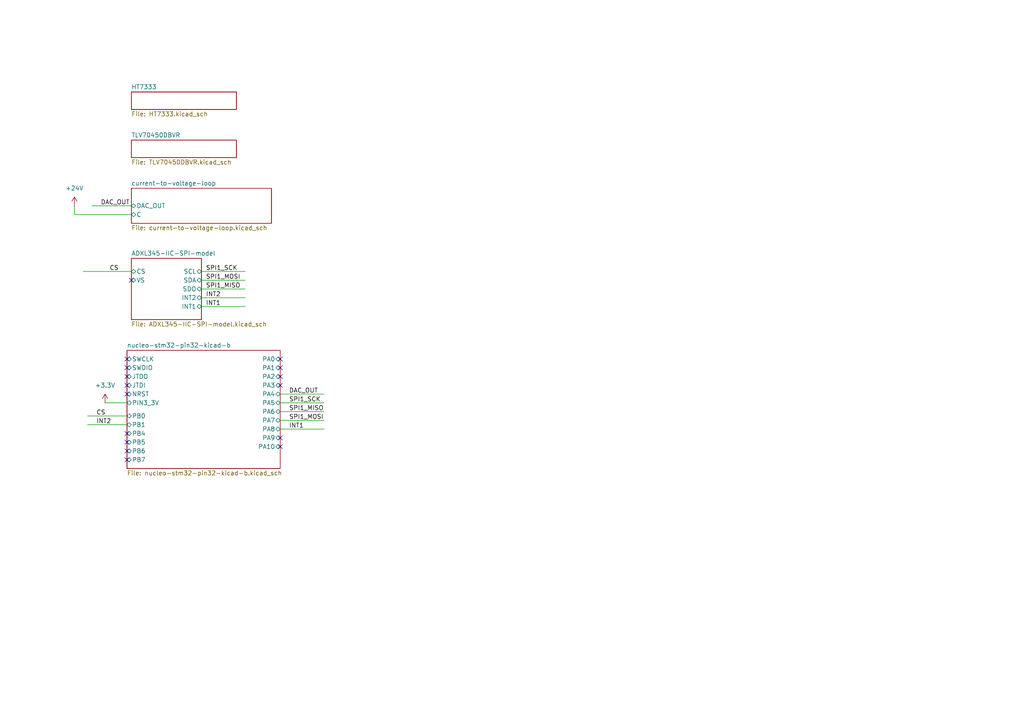
<source format=kicad_sch>
(kicad_sch
	(version 20250114)
	(generator "eeschema")
	(generator_version "9.0")
	(uuid "7fd704f4-d443-4708-acb0-165a06fb66ea")
	(paper "A4")
	(lib_symbols
		(symbol "power:+24V"
			(power)
			(pin_numbers
				(hide yes)
			)
			(pin_names
				(offset 0)
				(hide yes)
			)
			(exclude_from_sim no)
			(in_bom yes)
			(on_board yes)
			(property "Reference" "#PWR"
				(at 0 -3.81 0)
				(effects
					(font
						(size 1.27 1.27)
					)
					(hide yes)
				)
			)
			(property "Value" "+24V"
				(at 0 3.556 0)
				(effects
					(font
						(size 1.27 1.27)
					)
				)
			)
			(property "Footprint" ""
				(at 0 0 0)
				(effects
					(font
						(size 1.27 1.27)
					)
					(hide yes)
				)
			)
			(property "Datasheet" ""
				(at 0 0 0)
				(effects
					(font
						(size 1.27 1.27)
					)
					(hide yes)
				)
			)
			(property "Description" "Power symbol creates a global label with name \"+24V\""
				(at 0 0 0)
				(effects
					(font
						(size 1.27 1.27)
					)
					(hide yes)
				)
			)
			(property "ki_keywords" "global power"
				(at 0 0 0)
				(effects
					(font
						(size 1.27 1.27)
					)
					(hide yes)
				)
			)
			(symbol "+24V_0_1"
				(polyline
					(pts
						(xy -0.762 1.27) (xy 0 2.54)
					)
					(stroke
						(width 0)
						(type default)
					)
					(fill
						(type none)
					)
				)
				(polyline
					(pts
						(xy 0 2.54) (xy 0.762 1.27)
					)
					(stroke
						(width 0)
						(type default)
					)
					(fill
						(type none)
					)
				)
				(polyline
					(pts
						(xy 0 0) (xy 0 2.54)
					)
					(stroke
						(width 0)
						(type default)
					)
					(fill
						(type none)
					)
				)
			)
			(symbol "+24V_1_1"
				(pin power_in line
					(at 0 0 90)
					(length 0)
					(name "~"
						(effects
							(font
								(size 1.27 1.27)
							)
						)
					)
					(number "1"
						(effects
							(font
								(size 1.27 1.27)
							)
						)
					)
				)
			)
			(embedded_fonts no)
		)
		(symbol "power:+3.3V"
			(power)
			(pin_numbers
				(hide yes)
			)
			(pin_names
				(offset 0)
				(hide yes)
			)
			(exclude_from_sim no)
			(in_bom yes)
			(on_board yes)
			(property "Reference" "#PWR"
				(at 0 -3.81 0)
				(effects
					(font
						(size 1.27 1.27)
					)
					(hide yes)
				)
			)
			(property "Value" "+3.3V"
				(at 0 3.556 0)
				(effects
					(font
						(size 1.27 1.27)
					)
				)
			)
			(property "Footprint" ""
				(at 0 0 0)
				(effects
					(font
						(size 1.27 1.27)
					)
					(hide yes)
				)
			)
			(property "Datasheet" ""
				(at 0 0 0)
				(effects
					(font
						(size 1.27 1.27)
					)
					(hide yes)
				)
			)
			(property "Description" "Power symbol creates a global label with name \"+3.3V\""
				(at 0 0 0)
				(effects
					(font
						(size 1.27 1.27)
					)
					(hide yes)
				)
			)
			(property "ki_keywords" "global power"
				(at 0 0 0)
				(effects
					(font
						(size 1.27 1.27)
					)
					(hide yes)
				)
			)
			(symbol "+3.3V_0_1"
				(polyline
					(pts
						(xy -0.762 1.27) (xy 0 2.54)
					)
					(stroke
						(width 0)
						(type default)
					)
					(fill
						(type none)
					)
				)
				(polyline
					(pts
						(xy 0 2.54) (xy 0.762 1.27)
					)
					(stroke
						(width 0)
						(type default)
					)
					(fill
						(type none)
					)
				)
				(polyline
					(pts
						(xy 0 0) (xy 0 2.54)
					)
					(stroke
						(width 0)
						(type default)
					)
					(fill
						(type none)
					)
				)
			)
			(symbol "+3.3V_1_1"
				(pin power_in line
					(at 0 0 90)
					(length 0)
					(name "~"
						(effects
							(font
								(size 1.27 1.27)
							)
						)
					)
					(number "1"
						(effects
							(font
								(size 1.27 1.27)
							)
						)
					)
				)
			)
			(embedded_fonts no)
		)
	)
	(no_connect
		(at 81.28 106.68)
		(uuid "06f7c25e-1500-4cd8-b845-3e21e1f71543")
	)
	(no_connect
		(at 36.83 111.76)
		(uuid "1450aa0d-3905-4367-a24e-da410493fa46")
	)
	(no_connect
		(at 81.28 104.14)
		(uuid "1c1f3d27-1b45-46fc-8075-879e953eb4ad")
	)
	(no_connect
		(at 81.28 111.76)
		(uuid "40c3fa34-4083-4700-9401-40192725ee46")
	)
	(no_connect
		(at 36.83 133.35)
		(uuid "467f26cd-1616-45c8-803b-0464508984c9")
	)
	(no_connect
		(at 36.83 106.68)
		(uuid "5dcd4610-3fe6-447f-9dc5-cd2b19fdae0d")
	)
	(no_connect
		(at 36.83 128.27)
		(uuid "7db7d01d-69b9-4b18-98a1-eca612709161")
	)
	(no_connect
		(at 36.83 125.73)
		(uuid "9da6fcf3-e633-4a27-b8a7-a5dd2323347b")
	)
	(no_connect
		(at 36.83 109.22)
		(uuid "a5eae769-65cd-4624-b9eb-591640bf0451")
	)
	(no_connect
		(at 36.83 114.3)
		(uuid "aebb02de-2f01-41f1-8b0c-c57fbc702ca9")
	)
	(no_connect
		(at 81.28 129.54)
		(uuid "bb7f2c7f-252d-4f65-ab86-4b2f23ac1f43")
	)
	(no_connect
		(at 36.83 130.81)
		(uuid "d431548d-1516-4b93-8b19-97afe92dca34")
	)
	(no_connect
		(at 38.1 81.28)
		(uuid "ddaca773-3191-42d2-b67d-d651dfddd10b")
	)
	(no_connect
		(at 81.28 127)
		(uuid "ed9769ca-6a1f-4a35-8ff5-3bedee30fa32")
	)
	(no_connect
		(at 36.83 104.14)
		(uuid "f0c8affe-ab26-46cb-a9ae-8061a8d25fbf")
	)
	(no_connect
		(at 81.28 109.22)
		(uuid "f934cd43-c62a-4ba5-b227-b49d6d698761")
	)
	(wire
		(pts
			(xy 25.4 120.65) (xy 36.83 120.65)
		)
		(stroke
			(width 0)
			(type default)
		)
		(uuid "027369a6-8442-42a9-b25f-b3a9e05d2d34")
	)
	(wire
		(pts
			(xy 24.13 78.74) (xy 38.1 78.74)
		)
		(stroke
			(width 0)
			(type default)
		)
		(uuid "04d5e0c7-47bb-4f43-a826-4da7f528c83b")
	)
	(wire
		(pts
			(xy 81.28 114.3) (xy 93.98 114.3)
		)
		(stroke
			(width 0)
			(type default)
		)
		(uuid "0830f265-7d85-48b3-b762-9349e0815e40")
	)
	(wire
		(pts
			(xy 58.42 88.9) (xy 71.12 88.9)
		)
		(stroke
			(width 0)
			(type default)
		)
		(uuid "18e23c12-f516-4987-baee-4fb45ff5a72a")
	)
	(wire
		(pts
			(xy 81.28 124.46) (xy 93.98 124.46)
		)
		(stroke
			(width 0)
			(type default)
		)
		(uuid "33a2917b-af57-46a8-abf1-873125587992")
	)
	(wire
		(pts
			(xy 81.28 121.92) (xy 93.98 121.92)
		)
		(stroke
			(width 0)
			(type default)
		)
		(uuid "618cba4d-1b5e-4f27-92b4-15e8858300a7")
	)
	(wire
		(pts
			(xy 58.42 86.36) (xy 71.12 86.36)
		)
		(stroke
			(width 0)
			(type default)
		)
		(uuid "69060e1e-8bb7-4870-8944-38e7f080907f")
	)
	(wire
		(pts
			(xy 81.28 116.84) (xy 93.98 116.84)
		)
		(stroke
			(width 0)
			(type default)
		)
		(uuid "6fc2e9c8-2780-49f1-9ab7-908972fcec93")
	)
	(wire
		(pts
			(xy 30.48 116.84) (xy 36.83 116.84)
		)
		(stroke
			(width 0)
			(type default)
		)
		(uuid "8b691d15-bca6-4eee-8f02-047c2c05e372")
	)
	(wire
		(pts
			(xy 58.42 78.74) (xy 71.12 78.74)
		)
		(stroke
			(width 0)
			(type default)
		)
		(uuid "951fe6c5-39be-4403-8e1d-e3e450776f82")
	)
	(wire
		(pts
			(xy 26.67 59.69) (xy 38.1 59.69)
		)
		(stroke
			(width 0)
			(type default)
		)
		(uuid "9fdc5cd8-1ac8-4096-81a5-b47187f7fc8b")
	)
	(wire
		(pts
			(xy 58.42 83.82) (xy 71.12 83.82)
		)
		(stroke
			(width 0)
			(type default)
		)
		(uuid "acc9d874-eb74-4c61-918b-19c0166bd0d0")
	)
	(wire
		(pts
			(xy 21.59 62.23) (xy 38.1 62.23)
		)
		(stroke
			(width 0)
			(type default)
		)
		(uuid "c06dbd4e-dfb0-4669-8b67-4741b3799b88")
	)
	(wire
		(pts
			(xy 58.42 81.28) (xy 71.12 81.28)
		)
		(stroke
			(width 0)
			(type default)
		)
		(uuid "c7384c8f-5455-495c-a109-5a73e8f54c6e")
	)
	(wire
		(pts
			(xy 81.28 119.38) (xy 93.98 119.38)
		)
		(stroke
			(width 0)
			(type default)
		)
		(uuid "d4358683-b893-4e98-8a32-3d6f51e38a4f")
	)
	(wire
		(pts
			(xy 21.59 59.69) (xy 21.59 62.23)
		)
		(stroke
			(width 0)
			(type default)
		)
		(uuid "dacfa88d-409e-4425-8287-bd62b545ddab")
	)
	(wire
		(pts
			(xy 25.4 123.19) (xy 36.83 123.19)
		)
		(stroke
			(width 0)
			(type default)
		)
		(uuid "ebd07210-ef79-4d48-8421-66b4ccd2539b")
	)
	(label "INT1"
		(at 83.82 124.46 0)
		(effects
			(font
				(size 1.27 1.27)
			)
			(justify left bottom)
		)
		(uuid "0feff2d8-10d6-4286-9baa-eac54bdbce92")
	)
	(label "INT2"
		(at 27.94 123.19 0)
		(effects
			(font
				(size 1.27 1.27)
			)
			(justify left bottom)
		)
		(uuid "2c6f8317-5d22-4294-9bc8-8fe7bbc5db0e")
	)
	(label "INT2"
		(at 59.69 86.36 0)
		(effects
			(font
				(size 1.27 1.27)
			)
			(justify left bottom)
		)
		(uuid "3d4e76bf-e6e1-433f-9f25-e9abf2b7fee6")
	)
	(label "CS"
		(at 31.75 78.74 0)
		(effects
			(font
				(size 1.27 1.27)
			)
			(justify left bottom)
		)
		(uuid "3f0150c1-2d3c-4cf9-918a-5dc649ebc28a")
	)
	(label "SPI1_SCK"
		(at 83.82 116.84 0)
		(effects
			(font
				(size 1.27 1.27)
			)
			(justify left bottom)
		)
		(uuid "52234ee3-b9c6-4147-8eba-720a1d273917")
	)
	(label "SPI1_MISO"
		(at 59.69 83.82 0)
		(effects
			(font
				(size 1.27 1.27)
			)
			(justify left bottom)
		)
		(uuid "61a4aa45-0961-4987-ad43-ac09687005ee")
	)
	(label "DAC_OUT"
		(at 29.21 59.69 0)
		(effects
			(font
				(size 1.27 1.27)
			)
			(justify left bottom)
		)
		(uuid "68dae65e-4f40-4710-9d59-b116ecd9b9ce")
	)
	(label "SPI1_MOSI"
		(at 59.69 81.28 0)
		(effects
			(font
				(size 1.27 1.27)
			)
			(justify left bottom)
		)
		(uuid "9f257824-7c1a-416f-9a2a-21e939a68669")
	)
	(label "SPI1_MISO"
		(at 83.82 119.38 0)
		(effects
			(font
				(size 1.27 1.27)
			)
			(justify left bottom)
		)
		(uuid "ac36e971-2c5c-4f77-a94e-e28074030da5")
	)
	(label "DAC_OUT"
		(at 83.82 114.3 0)
		(effects
			(font
				(size 1.27 1.27)
			)
			(justify left bottom)
		)
		(uuid "b7aa22b1-ba87-418e-8706-3f53232f4fdb")
	)
	(label "SPI1_SCK"
		(at 59.69 78.74 0)
		(effects
			(font
				(size 1.27 1.27)
			)
			(justify left bottom)
		)
		(uuid "be106d96-9c54-4bba-8eb3-dffc8c596c6a")
	)
	(label "INT1"
		(at 59.69 88.9 0)
		(effects
			(font
				(size 1.27 1.27)
			)
			(justify left bottom)
		)
		(uuid "df325f3d-8231-4104-87d4-9931219b1e3f")
	)
	(label "SPI1_MOSI"
		(at 83.82 121.92 0)
		(effects
			(font
				(size 1.27 1.27)
			)
			(justify left bottom)
		)
		(uuid "e0df3265-e214-41ff-af7a-baeefff79a47")
	)
	(label "CS"
		(at 27.94 120.65 0)
		(effects
			(font
				(size 1.27 1.27)
			)
			(justify left bottom)
		)
		(uuid "e58827d5-35e4-43cc-935f-e51822ade5c6")
	)
	(symbol
		(lib_id "power:+24V")
		(at 21.59 59.69 0)
		(unit 1)
		(exclude_from_sim no)
		(in_bom yes)
		(on_board yes)
		(dnp no)
		(fields_autoplaced yes)
		(uuid "863c650c-78eb-4a56-ac6f-497650b360c1")
		(property "Reference" "#PWR018"
			(at 21.59 63.5 0)
			(effects
				(font
					(size 1.27 1.27)
				)
				(hide yes)
			)
		)
		(property "Value" "+24V"
			(at 21.59 54.61 0)
			(effects
				(font
					(size 1.27 1.27)
				)
			)
		)
		(property "Footprint" ""
			(at 21.59 59.69 0)
			(effects
				(font
					(size 1.27 1.27)
				)
				(hide yes)
			)
		)
		(property "Datasheet" ""
			(at 21.59 59.69 0)
			(effects
				(font
					(size 1.27 1.27)
				)
				(hide yes)
			)
		)
		(property "Description" "Power symbol creates a global label with name \"+24V\""
			(at 21.59 59.69 0)
			(effects
				(font
					(size 1.27 1.27)
				)
				(hide yes)
			)
		)
		(pin "1"
			(uuid "c3135896-1a4f-4196-9a49-1e08b1b349da")
		)
		(instances
			(project ""
				(path "/7fd704f4-d443-4708-acb0-165a06fb66ea"
					(reference "#PWR018")
					(unit 1)
				)
			)
		)
	)
	(symbol
		(lib_id "power:+3.3V")
		(at 30.48 116.84 0)
		(unit 1)
		(exclude_from_sim no)
		(in_bom yes)
		(on_board yes)
		(dnp no)
		(fields_autoplaced yes)
		(uuid "8c26c538-8a66-4995-b53a-e990008c4aa2")
		(property "Reference" "#PWR01"
			(at 30.48 120.65 0)
			(effects
				(font
					(size 1.27 1.27)
				)
				(hide yes)
			)
		)
		(property "Value" "+3.3V"
			(at 30.48 111.76 0)
			(effects
				(font
					(size 1.27 1.27)
				)
			)
		)
		(property "Footprint" ""
			(at 30.48 116.84 0)
			(effects
				(font
					(size 1.27 1.27)
				)
				(hide yes)
			)
		)
		(property "Datasheet" ""
			(at 30.48 116.84 0)
			(effects
				(font
					(size 1.27 1.27)
				)
				(hide yes)
			)
		)
		(property "Description" "Power symbol creates a global label with name \"+3.3V\""
			(at 30.48 116.84 0)
			(effects
				(font
					(size 1.27 1.27)
				)
				(hide yes)
			)
		)
		(pin "1"
			(uuid "2a75b363-446d-4e5d-9b0a-0ae005a68cb0")
		)
		(instances
			(project ""
				(path "/7fd704f4-d443-4708-acb0-165a06fb66ea"
					(reference "#PWR01")
					(unit 1)
				)
			)
		)
	)
	(sheet
		(at 36.83 101.6)
		(size 44.45 34.29)
		(exclude_from_sim no)
		(in_bom yes)
		(on_board yes)
		(dnp no)
		(fields_autoplaced yes)
		(stroke
			(width 0.1524)
			(type solid)
		)
		(fill
			(color 0 0 0 0.0000)
		)
		(uuid "352bbf5d-5923-442a-aed3-5cfc2050d929")
		(property "Sheetname" "nucleo-stm32-pin32-kicad-b"
			(at 36.83 100.8884 0)
			(effects
				(font
					(size 1.27 1.27)
				)
				(justify left bottom)
			)
		)
		(property "Sheetfile" "nucleo-stm32-pin32-kicad-b.kicad_sch"
			(at 36.83 136.4746 0)
			(effects
				(font
					(size 1.27 1.27)
				)
				(justify left top)
			)
		)
		(pin "SWCLK" bidirectional
			(at 36.83 104.14 180)
			(uuid "5d92609a-1d2e-41a5-ab78-ce21f82c0e36")
			(effects
				(font
					(size 1.27 1.27)
				)
				(justify left)
			)
		)
		(pin "JTDO" bidirectional
			(at 36.83 109.22 180)
			(uuid "3d3d03d1-9191-4a0a-8b15-e992711a2c9c")
			(effects
				(font
					(size 1.27 1.27)
				)
				(justify left)
			)
		)
		(pin "JTDI" bidirectional
			(at 36.83 111.76 180)
			(uuid "c5cc31d8-76e2-4543-b724-a491fb5ebb04")
			(effects
				(font
					(size 1.27 1.27)
				)
				(justify left)
			)
		)
		(pin "NRST" bidirectional
			(at 36.83 114.3 180)
			(uuid "8e40d2ac-ee67-431f-b251-830912c079b9")
			(effects
				(font
					(size 1.27 1.27)
				)
				(justify left)
			)
		)
		(pin "PIN3_3V" bidirectional
			(at 36.83 116.84 180)
			(uuid "038d93ab-3415-4daa-8e3d-d1a8ddad8243")
			(effects
				(font
					(size 1.27 1.27)
				)
				(justify left)
			)
		)
		(pin "PA1" bidirectional
			(at 81.28 106.68 0)
			(uuid "0e28714c-52d1-405a-b991-4805a07ea8f3")
			(effects
				(font
					(size 1.27 1.27)
				)
				(justify right)
			)
		)
		(pin "PA5" bidirectional
			(at 81.28 116.84 0)
			(uuid "21ebe2e1-3da8-495a-819d-3e59f61a9bb2")
			(effects
				(font
					(size 1.27 1.27)
				)
				(justify right)
			)
		)
		(pin "PA2" bidirectional
			(at 81.28 109.22 0)
			(uuid "55e86192-c5b9-4509-b9ee-31e10d293249")
			(effects
				(font
					(size 1.27 1.27)
				)
				(justify right)
			)
		)
		(pin "PA3" bidirectional
			(at 81.28 111.76 0)
			(uuid "1c106830-08a2-4684-97fa-517e7edc9928")
			(effects
				(font
					(size 1.27 1.27)
				)
				(justify right)
			)
		)
		(pin "PA4" bidirectional
			(at 81.28 114.3 0)
			(uuid "0a3b8932-2f62-4299-b1f0-a92ff7b56108")
			(effects
				(font
					(size 1.27 1.27)
				)
				(justify right)
			)
		)
		(pin "PA6" bidirectional
			(at 81.28 119.38 0)
			(uuid "0b503a3c-01e4-47fd-a7bb-ca004ca44281")
			(effects
				(font
					(size 1.27 1.27)
				)
				(justify right)
			)
		)
		(pin "PA7" bidirectional
			(at 81.28 121.92 0)
			(uuid "7e0a4241-3d38-4eaa-bc8d-253705832920")
			(effects
				(font
					(size 1.27 1.27)
				)
				(justify right)
			)
		)
		(pin "PA10" bidirectional
			(at 81.28 129.54 0)
			(uuid "51f51985-c05b-4aa0-8451-523b0f30524b")
			(effects
				(font
					(size 1.27 1.27)
				)
				(justify right)
			)
		)
		(pin "PA8" bidirectional
			(at 81.28 124.46 0)
			(uuid "5a1cb7a7-4e9b-4572-82be-6c48d6115024")
			(effects
				(font
					(size 1.27 1.27)
				)
				(justify right)
			)
		)
		(pin "PA9" bidirectional
			(at 81.28 127 0)
			(uuid "c7f35f3d-3991-4c87-9f94-d582dc4ed1d9")
			(effects
				(font
					(size 1.27 1.27)
				)
				(justify right)
			)
		)
		(pin "PA0" bidirectional
			(at 81.28 104.14 0)
			(uuid "969fa6c4-c43c-49f8-9a69-d5f085df906f")
			(effects
				(font
					(size 1.27 1.27)
				)
				(justify right)
			)
		)
		(pin "PB4" bidirectional
			(at 36.83 125.73 180)
			(uuid "d79906d8-ff84-436a-b695-604d96cd4181")
			(effects
				(font
					(size 1.27 1.27)
				)
				(justify left)
			)
		)
		(pin "PB5" bidirectional
			(at 36.83 128.27 180)
			(uuid "f4b227e2-573e-4fe6-a3b7-5cc69a082b3b")
			(effects
				(font
					(size 1.27 1.27)
				)
				(justify left)
			)
		)
		(pin "PB7" bidirectional
			(at 36.83 133.35 180)
			(uuid "18bb79a1-dbdb-4988-92ba-e27f0993844a")
			(effects
				(font
					(size 1.27 1.27)
				)
				(justify left)
			)
		)
		(pin "PB0" bidirectional
			(at 36.83 120.65 180)
			(uuid "cca832d7-7ad7-4e98-9bc1-fa19f6365b16")
			(effects
				(font
					(size 1.27 1.27)
				)
				(justify left)
			)
		)
		(pin "PB1" bidirectional
			(at 36.83 123.19 180)
			(uuid "59f5698d-faf0-4e96-b817-24083eeb1168")
			(effects
				(font
					(size 1.27 1.27)
				)
				(justify left)
			)
		)
		(pin "PB6" bidirectional
			(at 36.83 130.81 180)
			(uuid "9278267e-e6f2-4522-b2d1-34f5dc563c89")
			(effects
				(font
					(size 1.27 1.27)
				)
				(justify left)
			)
		)
		(pin "SWDIO" bidirectional
			(at 36.83 106.68 180)
			(uuid "abbdb858-e4e7-429f-a572-642631ec7c4f")
			(effects
				(font
					(size 1.27 1.27)
				)
				(justify left)
			)
		)
		(instances
			(project "vibrating_transmitters"
				(path "/7fd704f4-d443-4708-acb0-165a06fb66ea"
					(page "5")
				)
			)
		)
	)
	(sheet
		(at 38.1 74.93)
		(size 20.32 17.78)
		(exclude_from_sim no)
		(in_bom yes)
		(on_board yes)
		(dnp no)
		(fields_autoplaced yes)
		(stroke
			(width 0.1524)
			(type solid)
		)
		(fill
			(color 0 0 0 0.0000)
		)
		(uuid "670f8dd9-bd4e-4294-a5a9-8a6929b30962")
		(property "Sheetname" "ADXL345-IIC-SPI-model"
			(at 38.1 74.2184 0)
			(effects
				(font
					(size 1.27 1.27)
				)
				(justify left bottom)
			)
		)
		(property "Sheetfile" "ADXL345-IIC-SPI-model.kicad_sch"
			(at 38.1 93.2946 0)
			(effects
				(font
					(size 1.27 1.27)
				)
				(justify left top)
			)
		)
		(pin "INT1" bidirectional
			(at 58.42 88.9 0)
			(uuid "19ebfcd5-b84c-4c7d-834f-01afbda17232")
			(effects
				(font
					(size 1.27 1.27)
				)
				(justify right)
			)
		)
		(pin "SCL" bidirectional
			(at 58.42 78.74 0)
			(uuid "d4b452aa-7ed9-4ca2-bac7-d7ac606d5974")
			(effects
				(font
					(size 1.27 1.27)
				)
				(justify right)
			)
		)
		(pin "SDO" bidirectional
			(at 58.42 83.82 0)
			(uuid "791ee104-83b4-45e1-a1d0-71554adbc8c1")
			(effects
				(font
					(size 1.27 1.27)
				)
				(justify right)
			)
		)
		(pin "INT2" bidirectional
			(at 58.42 86.36 0)
			(uuid "18ce4b77-b151-4bc7-9781-1cb99b67207a")
			(effects
				(font
					(size 1.27 1.27)
				)
				(justify right)
			)
		)
		(pin "CS" bidirectional
			(at 38.1 78.74 180)
			(uuid "b5b06104-2dd4-45ac-aec1-10d641ae1693")
			(effects
				(font
					(size 1.27 1.27)
				)
				(justify left)
			)
		)
		(pin "SDA" bidirectional
			(at 58.42 81.28 0)
			(uuid "64eb087c-cb1b-4931-ba69-40ff375a8c9e")
			(effects
				(font
					(size 1.27 1.27)
				)
				(justify right)
			)
		)
		(pin "VS" bidirectional
			(at 38.1 81.28 180)
			(uuid "f73d1a92-e2b0-4aa0-9dc2-a234ca19b169")
			(effects
				(font
					(size 1.27 1.27)
				)
				(justify left)
			)
		)
		(instances
			(project "vibrating_transmitters"
				(path "/7fd704f4-d443-4708-acb0-165a06fb66ea"
					(page "2")
				)
			)
		)
	)
	(sheet
		(at 38.1 26.67)
		(size 30.48 5.08)
		(exclude_from_sim no)
		(in_bom yes)
		(on_board yes)
		(dnp no)
		(fields_autoplaced yes)
		(stroke
			(width 0.1524)
			(type solid)
		)
		(fill
			(color 0 0 0 0.0000)
		)
		(uuid "6b7cedd9-64dc-48c6-ac6e-0739690d49df")
		(property "Sheetname" "HT7333"
			(at 38.1 25.9584 0)
			(effects
				(font
					(size 1.27 1.27)
				)
				(justify left bottom)
			)
		)
		(property "Sheetfile" "HT7333.kicad_sch"
			(at 38.1 32.3346 0)
			(effects
				(font
					(size 1.27 1.27)
				)
				(justify left top)
			)
		)
		(instances
			(project "vibrating_transmitters"
				(path "/7fd704f4-d443-4708-acb0-165a06fb66ea"
					(page "4")
				)
			)
		)
	)
	(sheet
		(at 38.1 40.64)
		(size 30.48 5.08)
		(exclude_from_sim no)
		(in_bom yes)
		(on_board yes)
		(dnp no)
		(fields_autoplaced yes)
		(stroke
			(width 0.1524)
			(type solid)
		)
		(fill
			(color 0 0 0 0.0000)
		)
		(uuid "8653d167-6f31-4c2c-91a5-d21a003489c4")
		(property "Sheetname" "TLV70450DBVR"
			(at 38.1 39.9284 0)
			(effects
				(font
					(size 1.27 1.27)
				)
				(justify left bottom)
			)
		)
		(property "Sheetfile" "TLV70450DBVR.kicad_sch"
			(at 38.1 46.3046 0)
			(effects
				(font
					(size 1.27 1.27)
				)
				(justify left top)
			)
		)
		(instances
			(project "vibrating_transmitters"
				(path "/7fd704f4-d443-4708-acb0-165a06fb66ea"
					(page "6")
				)
			)
		)
	)
	(sheet
		(at 38.1 54.61)
		(size 40.64 10.16)
		(exclude_from_sim no)
		(in_bom yes)
		(on_board yes)
		(dnp no)
		(fields_autoplaced yes)
		(stroke
			(width 0.1524)
			(type solid)
		)
		(fill
			(color 0 0 0 0.0000)
		)
		(uuid "ec324a00-7040-402d-8bac-e7422762d4f7")
		(property "Sheetname" "current-to-voltage-loop"
			(at 38.1 53.8984 0)
			(effects
				(font
					(size 1.27 1.27)
				)
				(justify left bottom)
			)
		)
		(property "Sheetfile" "current-to-voltage-loop.kicad_sch"
			(at 38.1 65.3546 0)
			(effects
				(font
					(size 1.27 1.27)
				)
				(justify left top)
			)
		)
		(pin "DAC_OUT" bidirectional
			(at 38.1 59.69 180)
			(uuid "54b5b7ea-ce52-4cae-9228-cb17c6ef7ff9")
			(effects
				(font
					(size 1.27 1.27)
				)
				(justify left)
			)
		)
		(pin "C" bidirectional
			(at 38.1 62.23 180)
			(uuid "3be9a17d-d879-4831-ae02-ead9d4dda55b")
			(effects
				(font
					(size 1.27 1.27)
				)
				(justify left)
			)
		)
		(instances
			(project "vibrating_transmitters"
				(path "/7fd704f4-d443-4708-acb0-165a06fb66ea"
					(page "3")
				)
			)
		)
	)
	(sheet_instances
		(path "/"
			(page "1")
		)
	)
	(embedded_fonts no)
)

</source>
